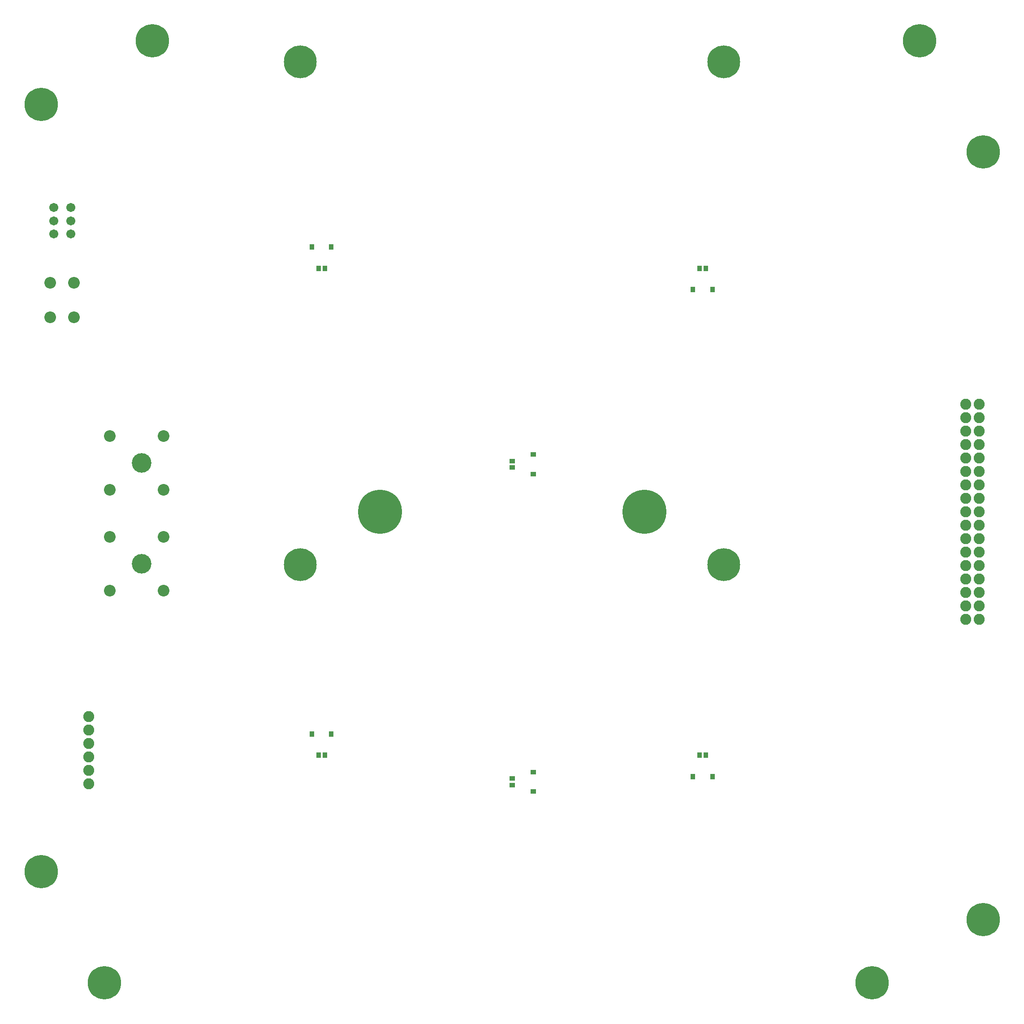
<source format=gbs>
G04*
G04 #@! TF.GenerationSoftware,Altium Limited,CircuitStudio,1.5.2 (30)*
G04*
G04 Layer_Color=8150272*
%FSLAX25Y25*%
%MOIN*%
G70*
G01*
G75*
%ADD51C,0.08200*%
%ADD52C,0.06706*%
%ADD53C,0.08674*%
%ADD54C,0.24422*%
%ADD55C,0.14579*%
%ADD56C,0.24816*%
%ADD57C,0.32690*%
%ADD58R,0.03556X0.03950*%
%ADD59R,0.03556X0.04147*%
%ADD60R,0.03950X0.03556*%
%ADD61R,0.04147X0.03556*%
D51*
X1105236Y847717D02*
D03*
X1115236D02*
D03*
X1105236Y837716D02*
D03*
X1115236D02*
D03*
X1105236Y827717D02*
D03*
X1115236D02*
D03*
X1105236Y817717D02*
D03*
X1115236D02*
D03*
X1105236Y807717D02*
D03*
X1115236D02*
D03*
X1105236Y797717D02*
D03*
X1115236D02*
D03*
X1105236Y787717D02*
D03*
X1115236D02*
D03*
X1105236Y777717D02*
D03*
X1115236D02*
D03*
X1105236Y767717D02*
D03*
X1115236D02*
D03*
X1105236Y757717D02*
D03*
X1115236D02*
D03*
X1105236Y747717D02*
D03*
X1115236D02*
D03*
X1105236Y737717D02*
D03*
X1115236D02*
D03*
X1105236Y727717D02*
D03*
X1115236D02*
D03*
X1105236Y717717D02*
D03*
X1115236D02*
D03*
X1105236Y707717D02*
D03*
X1115236D02*
D03*
X1105236Y697717D02*
D03*
X1115236D02*
D03*
X1105236Y687717D02*
D03*
X1115236D02*
D03*
X452756Y615551D02*
D03*
Y605551D02*
D03*
Y595551D02*
D03*
Y585551D02*
D03*
Y575551D02*
D03*
Y565551D02*
D03*
D52*
X439370Y974409D02*
D03*
Y984252D02*
D03*
Y994094D02*
D03*
X426772Y974409D02*
D03*
Y984252D02*
D03*
Y994094D02*
D03*
D53*
X441929Y937992D02*
D03*
Y912402D02*
D03*
X424213D02*
D03*
Y937992D02*
D03*
X508386Y749134D02*
D03*
X468386D02*
D03*
Y709134D02*
D03*
X508386D02*
D03*
Y824134D02*
D03*
X468386D02*
D03*
Y784134D02*
D03*
X508386D02*
D03*
D54*
X610236Y1102362D02*
D03*
X925197D02*
D03*
Y728346D02*
D03*
X610236D02*
D03*
D55*
X492047Y729134D02*
D03*
Y804134D02*
D03*
D56*
X500000Y1118110D02*
D03*
X417323Y1070866D02*
D03*
X464567Y417323D02*
D03*
X417323Y500000D02*
D03*
X1118110Y464567D02*
D03*
X1035433Y417323D02*
D03*
X1070866Y1118110D02*
D03*
X1118110Y1035433D02*
D03*
D57*
X669291Y767717D02*
D03*
X866142D02*
D03*
D58*
X902165Y570768D02*
D03*
X916732D02*
D03*
X633268Y602461D02*
D03*
X618701D02*
D03*
X902165Y932972D02*
D03*
X916732D02*
D03*
X633268Y964665D02*
D03*
X618701D02*
D03*
D59*
X907087Y586614D02*
D03*
X911811D02*
D03*
X628346D02*
D03*
X623622D02*
D03*
X907087Y948819D02*
D03*
X911811D02*
D03*
X628346D02*
D03*
X623622D02*
D03*
D60*
X783563Y559646D02*
D03*
Y574213D02*
D03*
Y795866D02*
D03*
Y810433D02*
D03*
D61*
X767717Y564567D02*
D03*
Y569291D02*
D03*
Y800787D02*
D03*
Y805512D02*
D03*
M02*

</source>
